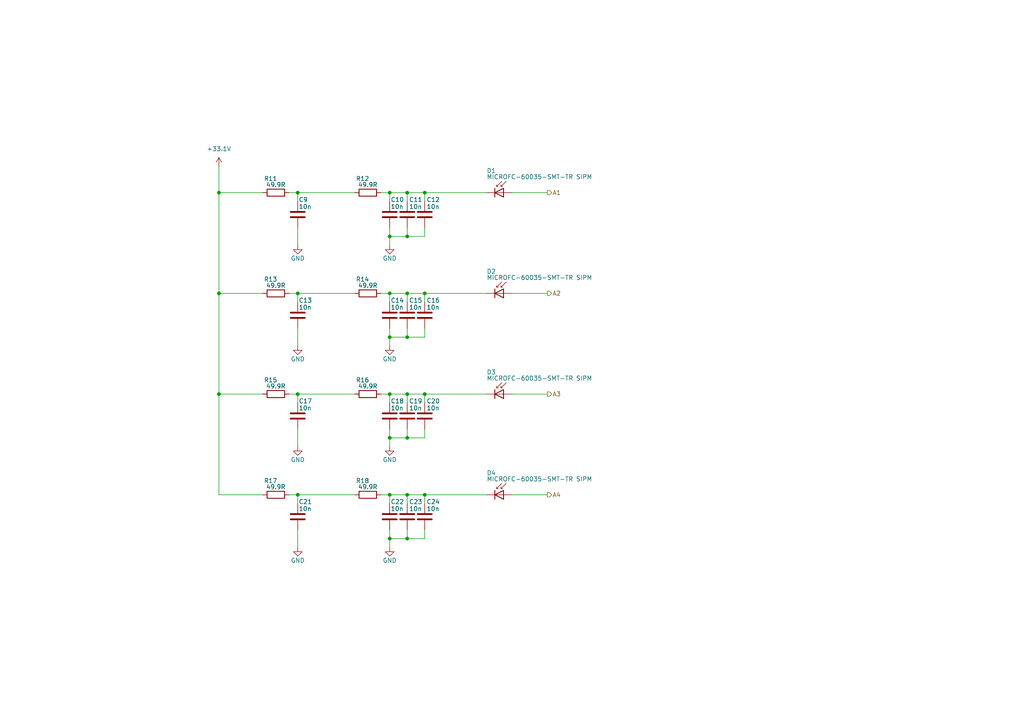
<source format=kicad_sch>
(kicad_sch (version 20231120) (generator "eeschema") (generator_version "8.0")
  (paper "A4")
  (lib_symbols
    (symbol "Device:C" (pin_numbers hide) (pin_names (offset 0.254))
      (property "Reference" "C" (at 0.635 2.54 0))
      (property "Value" "C" (at 0.635 -2.54 0))
      (symbol "C_0_1"
        (polyline (pts (xy -2.032 -0.762) (xy 2.032 -0.762)) (stroke (width 0.508)))
        (polyline (pts (xy -2.032 0.762) (xy 2.032 0.762)) (stroke (width 0.508)))
      )
      (symbol "C_1_1"
        (pin passive line (at 0 3.81 270) (length 2.794) (name "~") (number "1"))
        (pin passive line (at 0 -3.81 90) (length 2.794) (name "~") (number "2"))
      )
    )
    (symbol "Device:D_Photo" (pin_numbers hide) (pin_names hide)
      (property "Reference" "D" (at 0.508 1.778 0))
      (property "Value" "D_Photo" (at -1.016 -2.794 0))
      (symbol "D_Photo_0_1"
        (polyline (pts (xy -2.54 1.27) (xy -2.54 -1.27)) (stroke (width 0.254)))
        (polyline (pts (xy -2.032 1.778) (xy -1.524 1.778)))
        (polyline (pts (xy 0 0) (xy -2.54 0)))
        (polyline (pts (xy -0.508 3.302) (xy -2.032 1.778) (xy -2.032 2.286)))
        (polyline (pts (xy 0 -1.27) (xy 0 1.27) (xy -2.54 0) (xy 0 -1.27)) (stroke (width 0.254)))
        (polyline (pts (xy 0.762 3.302) (xy -0.762 1.778) (xy -0.762 2.286) (xy -0.762 1.778) (xy -0.254 1.778)))
      )
      (symbol "D_Photo_1_1"
        (pin passive line (at -5.08 0 0) (length 2.54) (name "K") (number "1"))
        (pin passive line (at 2.54 0 180) (length 2.54) (name "A") (number "2"))
      )
    )
    (symbol "Device:R" (pin_numbers hide) (pin_names (offset 0))
      (property "Reference" "R" (at 2.032 0 90))
      (property "Value" "R" (at 0 0 90))
      (symbol "R_0_1"
        (rectangle (start -1.016 -2.54) (end 1.016 2.54) (stroke (width 0.254)))
      )
      (symbol "R_1_1"
        (pin passive line (at 0 3.81 270) (length 1.27) (name "~") (number "1"))
        (pin passive line (at 0 -3.81 90) (length 1.27) (name "~") (number "2"))
      )
    )
    (symbol "power:+5V" (power) (pin_numbers hide) (pin_names (offset 0) hide)
      (property "Value" "+5V" (at 0 3.556 0))
      (symbol "+5V_0_1"
        (polyline (pts (xy -0.762 1.27) (xy 0 2.54)))
        (polyline (pts (xy 0 0) (xy 0 2.54)))
        (polyline (pts (xy 0 2.54) (xy 0.762 1.27)))
      )
      (symbol "+5V_1_1"
        (pin power_in line (at 0 0 90) (length 0) (name "~") (number "1"))
      )
    )
    (symbol "power:GND" (power) (pin_numbers hide) (pin_names (offset 0) hide)
      (property "Value" "GND" (at 0 -3.81 0))
      (symbol "GND_0_1"
        (polyline (pts (xy 0 0) (xy 0 -1.27) (xy 1.27 -1.27) (xy 0 -2.54) (xy -1.27 -1.27) (xy 0 -1.27)))
      )
      (symbol "GND_1_1"
        (pin power_in line (at 0 0 270) (length 0) (name "~") (number "1"))
      )
    )
  )
  (junction (at 118.11 85.09))
  (junction (at 118.11 55.88))
  (junction (at 113.03 114.3))
  (junction (at 63.5 85.09))
  (junction (at 123.19 114.3))
  (junction (at 86.36 114.3))
  (junction (at 86.36 143.51))
  (junction (at 118.11 97.79))
  (junction (at 113.03 156.21))
  (junction (at 123.19 143.51))
  (junction (at 123.19 55.88))
  (junction (at 113.03 55.88))
  (junction (at 123.19 85.09))
  (junction (at 118.11 143.51))
  (junction (at 113.03 127))
  (junction (at 113.03 85.09))
  (junction (at 118.11 127))
  (junction (at 118.11 114.3))
  (junction (at 63.5 114.3))
  (junction (at 113.03 143.51))
  (junction (at 118.11 156.21))
  (junction (at 113.03 68.58))
  (junction (at 113.03 97.79))
  (junction (at 86.36 85.09))
  (junction (at 118.11 68.58))
  (junction (at 63.5 55.88))
  (junction (at 86.36 55.88))
  (wire (pts (xy 123.19 156.21) (xy 123.19 153.67)))
  (wire (pts (xy 86.36 85.09) (xy 86.36 87.63)))
  (wire (pts (xy 118.11 87.63) (xy 118.11 85.09)))
  (wire (pts (xy 113.03 97.79) (xy 118.11 97.79)))
  (wire (pts (xy 118.11 97.79) (xy 123.19 97.79)))
  (wire (pts (xy 113.03 127) (xy 118.11 127)))
  (wire (pts (xy 113.03 114.3) (xy 113.03 116.84)))
  (wire (pts (xy 113.03 143.51) (xy 113.03 146.05)))
  (wire (pts (xy 83.82 143.51) (xy 86.36 143.51)))
  (wire (pts (xy 118.11 127) (xy 123.19 127)))
  (wire (pts (xy 118.11 143.51) (xy 123.19 143.51)))
  (wire (pts (xy 118.11 58.42) (xy 118.11 55.88)))
  (wire (pts (xy 113.03 85.09) (xy 118.11 85.09)))
  (wire (pts (xy 118.11 55.88) (xy 123.19 55.88)))
  (wire (pts (xy 110.49 143.51) (xy 113.03 143.51)))
  (wire (pts (xy 63.5 85.09) (xy 63.5 55.88)))
  (wire (pts (xy 83.82 85.09) (xy 86.36 85.09)))
  (wire (pts (xy 83.82 114.3) (xy 86.36 114.3)))
  (wire (pts (xy 113.03 127) (xy 113.03 124.46)))
  (wire (pts (xy 110.49 55.88) (xy 113.03 55.88)))
  (wire (pts (xy 118.11 156.21) (xy 118.11 153.67)))
  (wire (pts (xy 123.19 87.63) (xy 123.19 85.09)))
  (wire (pts (xy 86.36 85.09) (xy 102.87 85.09)))
  (wire (pts (xy 86.36 114.3) (xy 86.36 116.84)))
  (wire (pts (xy 86.36 55.88) (xy 102.87 55.88)))
  (wire (pts (xy 86.36 158.75) (xy 86.36 153.67)))
  (wire (pts (xy 118.11 85.09) (xy 123.19 85.09)))
  (wire (pts (xy 123.19 97.79) (xy 123.19 95.25)))
  (wire (pts (xy 63.5 48.26) (xy 63.5 55.88)))
  (wire (pts (xy 123.19 55.88) (xy 140.97 55.88)))
  (wire (pts (xy 123.19 114.3) (xy 140.97 114.3)))
  (wire (pts (xy 158.75 143.51) (xy 148.59 143.51)))
  (wire (pts (xy 86.36 100.33) (xy 86.36 95.25)))
  (wire (pts (xy 83.82 55.88) (xy 86.36 55.88)))
  (wire (pts (xy 110.49 85.09) (xy 113.03 85.09)))
  (wire (pts (xy 118.11 116.84) (xy 118.11 114.3)))
  (wire (pts (xy 113.03 85.09) (xy 113.03 87.63)))
  (wire (pts (xy 86.36 143.51) (xy 102.87 143.51)))
  (wire (pts (xy 113.03 156.21) (xy 113.03 153.67)))
  (wire (pts (xy 76.2 85.09) (xy 63.5 85.09)))
  (wire (pts (xy 76.2 143.51) (xy 63.5 143.51)))
  (wire (pts (xy 113.03 156.21) (xy 118.11 156.21)))
  (wire (pts (xy 113.03 55.88) (xy 118.11 55.88)))
  (wire (pts (xy 123.19 85.09) (xy 140.97 85.09)))
  (wire (pts (xy 63.5 143.51) (xy 63.5 114.3)))
  (wire (pts (xy 86.36 129.54) (xy 86.36 124.46)))
  (wire (pts (xy 113.03 68.58) (xy 113.03 66.04)))
  (wire (pts (xy 113.03 71.12) (xy 113.03 68.58)))
  (wire (pts (xy 86.36 143.51) (xy 86.36 146.05)))
  (wire (pts (xy 118.11 146.05) (xy 118.11 143.51)))
  (wire (pts (xy 123.19 68.58) (xy 123.19 66.04)))
  (wire (pts (xy 110.49 114.3) (xy 113.03 114.3)))
  (wire (pts (xy 123.19 146.05) (xy 123.19 143.51)))
  (wire (pts (xy 76.2 114.3) (xy 63.5 114.3)))
  (wire (pts (xy 113.03 158.75) (xy 113.03 156.21)))
  (wire (pts (xy 118.11 68.58) (xy 123.19 68.58)))
  (wire (pts (xy 158.75 114.3) (xy 148.59 114.3)))
  (wire (pts (xy 86.36 114.3) (xy 102.87 114.3)))
  (wire (pts (xy 118.11 114.3) (xy 123.19 114.3)))
  (wire (pts (xy 113.03 55.88) (xy 113.03 58.42)))
  (wire (pts (xy 113.03 97.79) (xy 113.03 95.25)))
  (wire (pts (xy 123.19 58.42) (xy 123.19 55.88)))
  (wire (pts (xy 113.03 68.58) (xy 118.11 68.58)))
  (wire (pts (xy 113.03 129.54) (xy 113.03 127)))
  (wire (pts (xy 118.11 68.58) (xy 118.11 66.04)))
  (wire (pts (xy 158.75 85.09) (xy 148.59 85.09)))
  (wire (pts (xy 118.11 97.79) (xy 118.11 95.25)))
  (wire (pts (xy 86.36 55.88) (xy 86.36 58.42)))
  (wire (pts (xy 86.36 71.12) (xy 86.36 66.04)))
  (wire (pts (xy 63.5 114.3) (xy 63.5 85.09)))
  (wire (pts (xy 118.11 156.21) (xy 123.19 156.21)))
  (wire (pts (xy 123.19 143.51) (xy 140.97 143.51)))
  (wire (pts (xy 123.19 116.84) (xy 123.19 114.3)))
  (wire (pts (xy 63.5 55.88) (xy 76.2 55.88)))
  (wire (pts (xy 123.19 127) (xy 123.19 124.46)))
  (wire (pts (xy 113.03 114.3) (xy 118.11 114.3)))
  (wire (pts (xy 113.03 100.33) (xy 113.03 97.79)))
  (wire (pts (xy 113.03 143.51) (xy 118.11 143.51)))
  (wire (pts (xy 118.11 127) (xy 118.11 124.46)))
  (wire (pts (xy 158.75 55.88) (xy 148.59 55.88)))
  (hierarchical_label "A4" (shape output) (at 158.75 143.51 0))
  (hierarchical_label "A3" (shape output) (at 158.75 114.3 0))
  (hierarchical_label "A2" (shape output) (at 158.75 85.09 0))
  (hierarchical_label "A1" (shape output) (at 158.75 55.88 0))
  (symbol (lib_id "Device:C") (at 113.03 120.65 0) (unit 1)
    (property "Reference" "C18" (at 113.284 116.332 0) (effects (justify left)))
    (property "Value" "10n" (at 113.284 118.364 0) (effects (justify left)))
    (property "Footprint" "Capacitor_SMD:C_0402_1005Metric" (effects (hide yes)))
    (property "Description" "Unpolarized capacitor" (effects (hide yes)))
    (property "LCSC" "C1524" (effects (hide yes)))
  )
  (symbol (lib_id "power:GND") (at 113.03 100.33 0) (unit 1)
    (property "Reference" "#PWR035" (effects (hide yes)))
    (property "Value" "GND" (at 113.03 104.14 0))
    (property "Description" "Power symbol creates a global label with name \"GND\" , ground" (effects (hide yes)))
  )
  (symbol (lib_id "Device:C") (at 123.19 91.44 0) (unit 1)
    (property "Reference" "C16" (at 123.698 87.122 0) (effects (justify left)))
    (property "Value" "10n" (at 123.698 89.154 0) (effects (justify left)))
    (property "Footprint" "Capacitor_SMD:C_0402_1005Metric" (effects (hide yes)))
    (property "Description" "Unpolarized capacitor" (effects (hide yes)))
    (property "LCSC" "C1524" (effects (hide yes)))
  )
  (symbol (lib_id "Device:R") (at 80.01 85.09 90) (unit 1)
    (property "Reference" "R13" (at 78.486 81.026 90))
    (property "Value" "49.9R" (at 80.01 82.804 90))
    (property "Footprint" "Resistor_SMD:R_0402_1005Metric" (effects (hide yes)))
    (property "Description" "Resistor" (effects (hide yes)))
    (property "LCSC" "C25120" (effects (hide yes)))
  )
  (symbol (lib_id "Device:D_Photo") (at 146.05 143.51 0) (unit 1)
    (property "Reference" "D4" (at 142.494 137.16 0))
    (property "Value" "MICROFC-60035-SMT-TR SIPM" (at 156.464 138.938 0))
    (property "Footprint" "sipm:MICROFC-60035-SMT-TR" (effects (hide yes)))
    (property "Description" "Photodiode" (effects (hide yes)))
  )
  (symbol (lib_id "Device:C") (at 118.11 62.23 0) (unit 1)
    (property "Reference" "C11" (at 118.618 57.912 0) (effects (justify left)))
    (property "Value" "10n" (at 118.618 59.944 0) (effects (justify left)))
    (property "Footprint" "Capacitor_SMD:C_0402_1005Metric" (effects (hide yes)))
    (property "Description" "Unpolarized capacitor" (effects (hide yes)))
    (property "LCSC" "C1524" (effects (hide yes)))
  )
  (symbol (lib_id "power:GND") (at 113.03 71.12 0) (unit 1)
    (property "Reference" "#PWR033" (effects (hide yes)))
    (property "Value" "GND" (at 113.03 74.93 0))
    (property "Description" "Power symbol creates a global label with name \"GND\" , ground" (effects (hide yes)))
  )
  (symbol (lib_id "Device:C") (at 113.03 91.44 0) (unit 1)
    (property "Reference" "C14" (at 113.284 87.122 0) (effects (justify left)))
    (property "Value" "10n" (at 113.284 89.154 0) (effects (justify left)))
    (property "Footprint" "Capacitor_SMD:C_0402_1005Metric" (effects (hide yes)))
    (property "Description" "Unpolarized capacitor" (effects (hide yes)))
    (property "LCSC" "C1524" (effects (hide yes)))
  )
  (symbol (lib_id "Device:R") (at 80.01 114.3 90) (unit 1)
    (property "Reference" "R15" (at 78.486 110.236 90))
    (property "Value" "49.9R" (at 80.01 112.014 90))
    (property "Footprint" "Resistor_SMD:R_0402_1005Metric" (effects (hide yes)))
    (property "Description" "Resistor" (effects (hide yes)))
    (property "LCSC" "C25120" (effects (hide yes)))
  )
  (symbol (lib_id "Device:C") (at 86.36 62.23 0) (unit 1)
    (property "Reference" "C9" (at 86.614 57.912 0) (effects (justify left)))
    (property "Value" "10n" (at 86.614 59.944 0) (effects (justify left)))
    (property "Footprint" "Capacitor_SMD:C_0402_1005Metric" (effects (hide yes)))
    (property "Description" "Unpolarized capacitor" (effects (hide yes)))
    (property "LCSC" "C1524" (effects (hide yes)))
  )
  (symbol (lib_id "power:GND") (at 86.36 100.33 0) (unit 1)
    (property "Reference" "#PWR034" (effects (hide yes)))
    (property "Value" "GND" (at 86.36 104.14 0))
    (property "Description" "Power symbol creates a global label with name \"GND\" , ground" (effects (hide yes)))
  )
  (symbol (lib_id "Device:D_Photo") (at 146.05 85.09 0) (unit 1)
    (property "Reference" "D2" (at 142.494 78.74 0))
    (property "Value" "MICROFC-60035-SMT-TR SIPM" (at 156.464 80.518 0))
    (property "Footprint" "sipm:MICROFC-60035-SMT-TR" (effects (hide yes)))
    (property "Description" "Photodiode" (effects (hide yes)))
  )
  (symbol (lib_id "Device:C") (at 113.03 62.23 0) (unit 1)
    (property "Reference" "C10" (at 113.284 57.912 0) (effects (justify left)))
    (property "Value" "10n" (at 113.284 59.944 0) (effects (justify left)))
    (property "Footprint" "Capacitor_SMD:C_0402_1005Metric" (effects (hide yes)))
    (property "Description" "Unpolarized capacitor" (effects (hide yes)))
    (property "LCSC" "C1524" (effects (hide yes)))
  )
  (symbol (lib_id "power:GND") (at 113.03 129.54 0) (unit 1)
    (property "Reference" "#PWR037" (effects (hide yes)))
    (property "Value" "GND" (at 113.03 133.35 0))
    (property "Description" "Power symbol creates a global label with name \"GND\" , ground" (effects (hide yes)))
  )
  (symbol (lib_id "Device:C") (at 86.36 120.65 0) (unit 1)
    (property "Reference" "C17" (at 86.614 116.332 0) (effects (justify left)))
    (property "Value" "10n" (at 86.614 118.364 0) (effects (justify left)))
    (property "Footprint" "Capacitor_SMD:C_0402_1005Metric" (effects (hide yes)))
    (property "Description" "Unpolarized capacitor" (effects (hide yes)))
    (property "LCSC" "C1524" (effects (hide yes)))
  )
  (symbol (lib_id "power:+5V") (at 63.5 48.26 0) (unit 1)
    (property "Reference" "#PWR031" (effects (hide yes)))
    (property "Value" "+33.1V" (at 63.5 43.18 0))
    (property "Description" "Power symbol creates a global label with name \"+5V\"" (effects (hide yes)))
  )
  (symbol (lib_id "Device:C") (at 123.19 149.86 0) (unit 1)
    (property "Reference" "C24" (at 123.698 145.542 0) (effects (justify left)))
    (property "Value" "10n" (at 123.698 147.574 0) (effects (justify left)))
    (property "Footprint" "Capacitor_SMD:C_0402_1005Metric" (effects (hide yes)))
    (property "Description" "Unpolarized capacitor" (effects (hide yes)))
    (property "LCSC" "C1524" (effects (hide yes)))
  )
  (symbol (lib_id "Device:R") (at 106.68 55.88 90) (unit 1)
    (property "Reference" "R12" (at 105.156 51.816 90))
    (property "Value" "49.9R" (at 106.68 53.594 90))
    (property "Footprint" "Resistor_SMD:R_0402_1005Metric" (effects (hide yes)))
    (property "Description" "Resistor" (effects (hide yes)))
    (property "LCSC" "C25120" (effects (hide yes)))
  )
  (symbol (lib_id "Device:C") (at 118.11 91.44 0) (unit 1)
    (property "Reference" "C15" (at 118.618 87.122 0) (effects (justify left)))
    (property "Value" "10n" (at 118.618 89.154 0) (effects (justify left)))
    (property "Footprint" "Capacitor_SMD:C_0402_1005Metric" (effects (hide yes)))
    (property "Description" "Unpolarized capacitor" (effects (hide yes)))
    (property "LCSC" "C1524" (effects (hide yes)))
  )
  (symbol (lib_id "Device:R") (at 106.68 143.51 90) (unit 1)
    (property "Reference" "R18" (at 105.156 139.446 90))
    (property "Value" "49.9R" (at 106.68 141.224 90))
    (property "Footprint" "Resistor_SMD:R_0402_1005Metric" (effects (hide yes)))
    (property "Description" "Resistor" (effects (hide yes)))
    (property "LCSC" "C25120" (effects (hide yes)))
  )
  (symbol (lib_id "Device:D_Photo") (at 146.05 114.3 0) (unit 1)
    (property "Reference" "D3" (at 142.494 107.95 0))
    (property "Value" "MICROFC-60035-SMT-TR SIPM" (at 156.464 109.728 0))
    (property "Footprint" "sipm:MICROFC-60035-SMT-TR" (effects (hide yes)))
    (property "Description" "Photodiode" (effects (hide yes)))
  )
  (symbol (lib_id "Device:C") (at 118.11 149.86 0) (unit 1)
    (property "Reference" "C23" (at 118.618 145.542 0) (effects (justify left)))
    (property "Value" "10n" (at 118.618 147.574 0) (effects (justify left)))
    (property "Footprint" "Capacitor_SMD:C_0402_1005Metric" (effects (hide yes)))
    (property "Description" "Unpolarized capacitor" (effects (hide yes)))
    (property "LCSC" "C1524" (effects (hide yes)))
  )
  (symbol (lib_id "Device:C") (at 113.03 149.86 0) (unit 1)
    (property "Reference" "C22" (at 113.284 145.542 0) (effects (justify left)))
    (property "Value" "10n" (at 113.284 147.574 0) (effects (justify left)))
    (property "Footprint" "Capacitor_SMD:C_0402_1005Metric" (effects (hide yes)))
    (property "Description" "Unpolarized capacitor" (effects (hide yes)))
    (property "LCSC" "C1524" (effects (hide yes)))
  )
  (symbol (lib_id "Device:C") (at 86.36 149.86 0) (unit 1)
    (property "Reference" "C21" (at 86.614 145.542 0) (effects (justify left)))
    (property "Value" "10n" (at 86.614 147.574 0) (effects (justify left)))
    (property "Footprint" "Capacitor_SMD:C_0402_1005Metric" (effects (hide yes)))
    (property "Description" "Unpolarized capacitor" (effects (hide yes)))
    (property "LCSC" "C1524" (effects (hide yes)))
  )
  (symbol (lib_id "Device:C") (at 86.36 91.44 0) (unit 1)
    (property "Reference" "C13" (at 86.614 87.122 0) (effects (justify left)))
    (property "Value" "10n" (at 86.614 89.154 0) (effects (justify left)))
    (property "Footprint" "Capacitor_SMD:C_0402_1005Metric" (effects (hide yes)))
    (property "Description" "Unpolarized capacitor" (effects (hide yes)))
    (property "LCSC" "C1524" (effects (hide yes)))
  )
  (symbol (lib_id "power:GND") (at 86.36 158.75 0) (unit 1)
    (property "Reference" "#PWR038" (effects (hide yes)))
    (property "Value" "GND" (at 86.36 162.56 0))
    (property "Description" "Power symbol creates a global label with name \"GND\" , ground" (effects (hide yes)))
  )
  (symbol (lib_id "Device:D_Photo") (at 146.05 55.88 0) (unit 1)
    (property "Reference" "D1" (at 142.494 49.53 0))
    (property "Value" "MICROFC-60035-SMT-TR SIPM" (at 156.464 51.308 0))
    (property "Footprint" "sipm:MICROFC-60035-SMT-TR" (effects (hide yes)))
    (property "Description" "Photodiode" (effects (hide yes)))
  )
  (symbol (lib_id "power:GND") (at 86.36 71.12 0) (unit 1)
    (property "Reference" "#PWR032" (effects (hide yes)))
    (property "Value" "GND" (at 86.36 74.93 0))
    (property "Description" "Power symbol creates a global label with name \"GND\" , ground" (effects (hide yes)))
  )
  (symbol (lib_id "Device:C") (at 118.11 120.65 0) (unit 1)
    (property "Reference" "C19" (at 118.618 116.332 0) (effects (justify left)))
    (property "Value" "10n" (at 118.618 118.364 0) (effects (justify left)))
    (property "Footprint" "Capacitor_SMD:C_0402_1005Metric" (effects (hide yes)))
    (property "Description" "Unpolarized capacitor" (effects (hide yes)))
    (property "LCSC" "C1524" (effects (hide yes)))
  )
  (symbol (lib_id "power:GND") (at 113.03 158.75 0) (unit 1)
    (property "Reference" "#PWR039" (effects (hide yes)))
    (property "Value" "GND" (at 113.03 162.56 0))
    (property "Description" "Power symbol creates a global label with name \"GND\" , ground" (effects (hide yes)))
  )
  (symbol (lib_id "power:GND") (at 86.36 129.54 0) (unit 1)
    (property "Reference" "#PWR036" (effects (hide yes)))
    (property "Value" "GND" (at 86.36 133.35 0))
    (property "Description" "Power symbol creates a global label with name \"GND\" , ground" (effects (hide yes)))
  )
  (symbol (lib_id "Device:R") (at 106.68 114.3 90) (unit 1)
    (property "Reference" "R16" (at 105.156 110.236 90))
    (property "Value" "49.9R" (at 106.68 112.014 90))
    (property "Footprint" "Resistor_SMD:R_0402_1005Metric" (effects (hide yes)))
    (property "Description" "Resistor" (effects (hide yes)))
    (property "LCSC" "C25120" (effects (hide yes)))
  )
  (symbol (lib_id "Device:R") (at 80.01 55.88 90) (unit 1)
    (property "Reference" "R11" (at 78.486 51.816 90))
    (property "Value" "49.9R" (at 80.01 53.594 90))
    (property "Footprint" "Resistor_SMD:R_0402_1005Metric" (effects (hide yes)))
    (property "Description" "Resistor" (effects (hide yes)))
    (property "LCSC" "C25120" (effects (hide yes)))
  )
  (symbol (lib_id "Device:R") (at 80.01 143.51 90) (unit 1)
    (property "Reference" "R17" (at 78.486 139.446 90))
    (property "Value" "49.9R" (at 80.01 141.224 90))
    (property "Footprint" "Resistor_SMD:R_0402_1005Metric" (effects (hide yes)))
    (property "Description" "Resistor" (effects (hide yes)))
    (property "LCSC" "C25120" (effects (hide yes)))
  )
  (symbol (lib_id "Device:C") (at 123.19 62.23 0) (unit 1)
    (property "Reference" "C12" (at 123.698 57.912 0) (effects (justify left)))
    (property "Value" "10n" (at 123.698 59.944 0) (effects (justify left)))
    (property "Footprint" "Capacitor_SMD:C_0402_1005Metric" (effects (hide yes)))
    (property "Description" "Unpolarized capacitor" (effects (hide yes)))
    (property "LCSC" "C1524" (effects (hide yes)))
  )
  (symbol (lib_id "Device:C") (at 123.19 120.65 0) (unit 1)
    (property "Reference" "C20" (at 123.698 116.332 0) (effects (justify left)))
    (property "Value" "10n" (at 123.698 118.364 0) (effects (justify left)))
    (property "Footprint" "Capacitor_SMD:C_0402_1005Metric" (effects (hide yes)))
    (property "Description" "Unpolarized capacitor" (effects (hide yes)))
    (property "LCSC" "C1524" (effects (hide yes)))
  )
  (symbol (lib_id "Device:R") (at 106.68 85.09 90) (unit 1)
    (property "Reference" "R14" (at 105.156 81.026 90))
    (property "Value" "49.9R" (at 106.68 82.804 90))
    (property "Footprint" "Resistor_SMD:R_0402_1005Metric" (effects (hide yes)))
    (property "Description" "Resistor" (effects (hide yes)))
    (property "LCSC" "C25120" (effects (hide yes)))
  )
)
</source>
